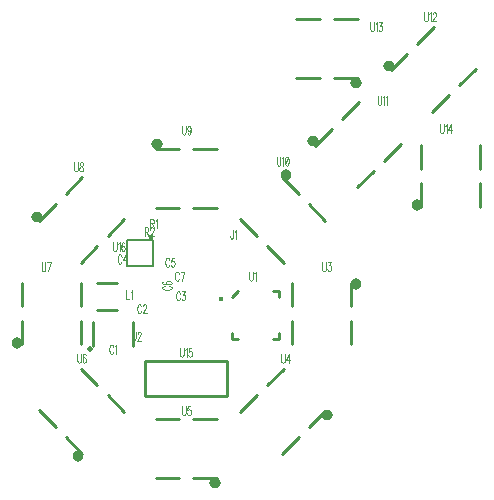
<source format=gto>
G04 DipTrace 2.4.0.2*
%INmale.gto*%
%MOMM*%
%ADD10C,0.25*%
%ADD14C,0.4*%
%ADD18C,0.152*%
%ADD22O,0.4X0.437*%
%ADD27O,0.5X0.5*%
%ADD30O,0.925X0.975*%
%ADD35O,0.975X0.925*%
%ADD69C,0.118*%
%FSLAX53Y53*%
G04*
G71*
G90*
G75*
G01*
%LNTopSilk*%
%LPD*%
D22*
X29580Y27720D3*
X30496Y27865D2*
D10*
X30996Y28366D1*
X33996D2*
X34496D1*
Y27865D1*
Y24865D2*
Y24365D1*
X33996D1*
X30496Y24865D2*
Y24365D1*
X30996D1*
X18677Y25765D2*
Y23765D1*
X22077Y25765D2*
Y23765D1*
D27*
X18502Y23515D3*
X40580Y23885D2*
D10*
Y25885D1*
X35580Y23885D2*
Y25885D1*
Y27085D2*
Y29085D1*
X40580Y27085D2*
Y29085D1*
D30*
X40942Y28948D3*
X19022Y29073D2*
D10*
X20722D1*
X19022Y26773D2*
X20722D1*
X34712Y14593D2*
X36126Y16007D1*
X31176Y18128D2*
X32590Y19543D1*
X33439Y20391D2*
X34853Y21805D1*
X36975Y16855D2*
X38389Y18269D1*
D35*
X38548Y17916D3*
X24021Y12526D2*
D10*
X26021D1*
X24021Y17526D2*
X26021D1*
X27221D2*
X29221D1*
X27221Y12526D2*
X29221D1*
D35*
X29083Y12164D3*
X14145Y18270D2*
D10*
X15559Y16856D1*
X17681Y21805D2*
X19095Y20391D1*
X19943Y19542D2*
X21358Y18128D1*
X16408Y16006D2*
X17822Y14592D1*
D30*
X17469Y14433D3*
X12661Y29085D2*
D10*
Y27085D1*
X17661Y29085D2*
Y27085D1*
Y25885D2*
Y23885D1*
X12661Y25885D2*
Y23885D1*
D30*
X12299Y24022D3*
X17822Y38011D2*
D10*
X16408Y36597D1*
X21358Y34475D2*
X19944Y33061D1*
X19094Y32213D2*
X17680Y30799D1*
X15559Y35749D2*
X14145Y34334D1*
D35*
X13986Y34688D3*
X29221Y40444D2*
D10*
X27221D1*
X29221Y35444D2*
X27221D1*
X26021D2*
X24021D1*
X26021Y40444D2*
X24021D1*
D35*
X24158Y40807D3*
X38389Y34334D2*
D10*
X36974Y35748D1*
X34853Y30799D2*
X33438Y32213D1*
X32590Y33062D2*
X31176Y34476D1*
X36126Y36597D2*
X34712Y38011D1*
D30*
X35065Y38171D3*
X23089Y19459D2*
D10*
Y22459D1*
X30089D1*
Y19459D1*
X23089D1*
X41217Y44375D2*
X39803Y42961D1*
X44753Y40840D2*
X43339Y39425D1*
X42489Y38577D2*
X41075Y37163D1*
X38954Y42113D2*
X37540Y40699D1*
D35*
X37381Y41052D3*
X47581Y50739D2*
D10*
X46167Y49325D1*
X51117Y47204D2*
X49703Y45789D1*
X48853Y44941D2*
X47439Y43527D1*
X45318Y48477D2*
X43904Y47063D1*
D35*
X43745Y47416D3*
X35910Y46385D2*
D10*
X37910D1*
X35910Y51385D2*
X37910D1*
X39110D2*
X41110D1*
X39110Y46385D2*
X41110D1*
D35*
X40973Y46023D3*
X46520Y40733D2*
D10*
Y38733D1*
X51520Y40733D2*
Y38733D1*
Y37533D2*
Y35533D1*
X46520Y37533D2*
Y35533D1*
D30*
X46158Y35670D3*
D14*
X23642Y32925D3*
X23766Y32700D2*
D18*
X21567D1*
Y30500D1*
X23766D1*
Y32700D1*
X31934Y30031D2*
D69*
Y29485D1*
X31956Y29375D1*
X32000Y29303D1*
X32066Y29266D1*
X32109D1*
X32175Y29303D1*
X32219Y29375D1*
X32241Y29485D1*
Y30031D1*
X32382Y29885D2*
X32426Y29922D1*
X32491Y30030D1*
Y29266D1*
X22013Y24947D2*
Y24400D1*
X22035Y24291D1*
X22079Y24218D1*
X22144Y24181D1*
X22188D1*
X22254Y24218D1*
X22298Y24291D1*
X22319Y24400D1*
Y24947D1*
X22483Y24764D2*
Y24800D1*
X22504Y24874D1*
X22526Y24910D1*
X22570Y24946D1*
X22658D1*
X22701Y24910D1*
X22723Y24874D1*
X22745Y24800D1*
Y24728D1*
X22723Y24655D1*
X22679Y24546D1*
X22461Y24181D1*
X22767D1*
X30565Y33567D2*
Y32984D1*
X30543Y32874D1*
X30521Y32838D1*
X30478Y32801D1*
X30434D1*
X30390Y32838D1*
X30369Y32874D1*
X30346Y32984D1*
Y33056D1*
X30706Y33420D2*
X30750Y33457D1*
X30816Y33566D1*
Y32801D1*
X38115Y30851D2*
Y30304D1*
X38137Y30195D1*
X38181Y30122D1*
X38247Y30085D1*
X38290D1*
X38356Y30122D1*
X38400Y30195D1*
X38421Y30304D1*
Y30851D1*
X38607Y30850D2*
X38847D1*
X38716Y30559D1*
X38781D1*
X38825Y30523D1*
X38847Y30486D1*
X38869Y30377D1*
Y30304D1*
X38847Y30195D1*
X38803Y30122D1*
X38738Y30085D1*
X38672D1*
X38607Y30122D1*
X38585Y30159D1*
X38563Y30231D1*
X20436Y23664D2*
X20414Y23736D1*
X20370Y23810D1*
X20327Y23846D1*
X20239D1*
X20195Y23810D1*
X20152Y23736D1*
X20129Y23664D1*
X20108Y23554D1*
Y23372D1*
X20129Y23263D1*
X20152Y23190D1*
X20195Y23117D1*
X20239Y23080D1*
X20327D1*
X20370Y23117D1*
X20414Y23190D1*
X20436Y23263D1*
X20577Y23699D2*
X20621Y23736D1*
X20687Y23845D1*
Y23080D1*
X22799Y27087D2*
X22778Y27159D1*
X22734Y27233D1*
X22690Y27269D1*
X22603D1*
X22559Y27233D1*
X22515Y27159D1*
X22493Y27087D1*
X22471Y26977D1*
Y26795D1*
X22493Y26686D1*
X22515Y26613D1*
X22559Y26540D1*
X22603Y26503D1*
X22690D1*
X22734Y26540D1*
X22778Y26613D1*
X22799Y26686D1*
X22963Y27086D2*
Y27122D1*
X22985Y27196D1*
X23006Y27232D1*
X23050Y27268D1*
X23138D1*
X23181Y27232D1*
X23203Y27196D1*
X23225Y27122D1*
Y27050D1*
X23203Y26977D1*
X23159Y26868D1*
X22941Y26503D1*
X23247D1*
X21531Y28482D2*
Y27716D1*
X21793D1*
X21934Y28335D2*
X21978Y28372D1*
X22044Y28481D1*
Y27716D1*
X34646Y23064D2*
Y22518D1*
X34668Y22408D1*
X34712Y22336D1*
X34778Y22299D1*
X34821D1*
X34887Y22336D1*
X34931Y22408D1*
X34953Y22518D1*
Y23064D1*
X35313Y22299D2*
Y23063D1*
X35094Y22554D1*
X35422D1*
X26244Y18642D2*
Y18095D1*
X26265Y17986D1*
X26309Y17913D1*
X26375Y17876D1*
X26419D1*
X26484Y17913D1*
X26528Y17986D1*
X26550Y18095D1*
Y18642D1*
X26953Y18641D2*
X26735D1*
X26713Y18314D1*
X26735Y18350D1*
X26801Y18387D1*
X26866D1*
X26932Y18350D1*
X26976Y18277D1*
X26997Y18168D1*
Y18095D1*
X26976Y17986D1*
X26932Y17913D1*
X26866Y17876D1*
X26801D1*
X26735Y17913D1*
X26713Y17950D1*
X26691Y18022D1*
X17386Y23064D2*
Y22518D1*
X17407Y22408D1*
X17451Y22336D1*
X17517Y22299D1*
X17560D1*
X17626Y22336D1*
X17670Y22408D1*
X17692Y22518D1*
Y23064D1*
X18095Y22955D2*
X18074Y23027D1*
X18008Y23064D1*
X17964D1*
X17899Y23027D1*
X17855Y22918D1*
X17833Y22736D1*
Y22554D1*
X17855Y22408D1*
X17899Y22335D1*
X17964Y22299D1*
X17986D1*
X18051Y22335D1*
X18095Y22408D1*
X18117Y22518D1*
Y22554D1*
X18095Y22663D1*
X18051Y22736D1*
X17986Y22772D1*
X17964D1*
X17899Y22736D1*
X17855Y22663D1*
X17833Y22554D1*
X14372Y30851D2*
Y30304D1*
X14394Y30195D1*
X14438Y30122D1*
X14503Y30085D1*
X14547D1*
X14612Y30122D1*
X14656Y30195D1*
X14678Y30304D1*
Y30851D1*
X14907Y30085D2*
X15126Y30850D1*
X14819D1*
X17123Y39270D2*
Y38724D1*
X17145Y38614D1*
X17189Y38542D1*
X17254Y38505D1*
X17298D1*
X17364Y38542D1*
X17408Y38614D1*
X17429Y38724D1*
Y39270D1*
X17680Y39269D2*
X17614Y39233D1*
X17592Y39161D1*
Y39088D1*
X17614Y39015D1*
X17658Y38978D1*
X17745Y38942D1*
X17811Y38906D1*
X17854Y38832D1*
X17876Y38760D1*
Y38650D1*
X17854Y38578D1*
X17833Y38541D1*
X17767Y38505D1*
X17680D1*
X17614Y38541D1*
X17592Y38578D1*
X17570Y38650D1*
Y38760D1*
X17592Y38832D1*
X17636Y38906D1*
X17701Y38942D1*
X17789Y38978D1*
X17833Y39015D1*
X17854Y39088D1*
Y39161D1*
X17833Y39233D1*
X17767Y39269D1*
X17680D1*
X26255Y42385D2*
Y41838D1*
X26276Y41729D1*
X26320Y41656D1*
X26386Y41619D1*
X26429D1*
X26495Y41656D1*
X26539Y41729D1*
X26561Y41838D1*
Y42385D1*
X26987Y42130D2*
X26964Y42020D1*
X26921Y41947D1*
X26855Y41911D1*
X26833D1*
X26768Y41947D1*
X26724Y42020D1*
X26702Y42130D1*
Y42166D1*
X26724Y42276D1*
X26768Y42348D1*
X26833Y42384D1*
X26855D1*
X26921Y42348D1*
X26964Y42276D1*
X26987Y42130D1*
Y41947D1*
X26964Y41765D1*
X26921Y41656D1*
X26855Y41619D1*
X26812D1*
X26746Y41656D1*
X26724Y41729D1*
X34280Y39774D2*
Y39227D1*
X34302Y39118D1*
X34346Y39045D1*
X34411Y39008D1*
X34455D1*
X34521Y39045D1*
X34565Y39118D1*
X34586Y39227D1*
Y39774D1*
X34727Y39627D2*
X34771Y39664D1*
X34837Y39773D1*
Y39008D1*
X35110Y39773D2*
X35044Y39737D1*
X35000Y39627D1*
X34978Y39445D1*
Y39336D1*
X35000Y39154D1*
X35044Y39044D1*
X35110Y39008D1*
X35153D1*
X35219Y39044D1*
X35262Y39154D1*
X35285Y39336D1*
Y39445D1*
X35262Y39627D1*
X35219Y39737D1*
X35153Y39773D1*
X35110D1*
X35262Y39627D2*
X35000Y39154D1*
X26087Y23575D2*
Y23028D1*
X26109Y22919D1*
X26153Y22846D1*
X26218Y22809D1*
X26262D1*
X26327Y22846D1*
X26371Y22919D1*
X26393Y23028D1*
Y23575D1*
X26534Y23428D2*
X26578Y23466D1*
X26644Y23574D1*
Y22809D1*
X27047Y23574D2*
X26829D1*
X26807Y23247D1*
X26829Y23283D1*
X26895Y23320D1*
X26960D1*
X27026Y23283D1*
X27070Y23210D1*
X27091Y23101D1*
Y23028D1*
X27070Y22919D1*
X27026Y22846D1*
X26960Y22809D1*
X26895D1*
X26829Y22846D1*
X26807Y22883D1*
X26785Y22955D1*
X42820Y44918D2*
Y44371D1*
X42841Y44262D1*
X42885Y44189D1*
X42951Y44152D1*
X42994D1*
X43060Y44189D1*
X43104Y44262D1*
X43126Y44371D1*
Y44918D1*
X43267Y44771D2*
X43311Y44808D1*
X43377Y44917D1*
Y44152D1*
X43518Y44771D2*
X43562Y44808D1*
X43628Y44917D1*
Y44152D1*
X46756Y51999D2*
Y51452D1*
X46778Y51342D1*
X46822Y51270D1*
X46888Y51233D1*
X46931D1*
X46997Y51270D1*
X47041Y51342D1*
X47062Y51452D1*
Y51999D1*
X47204Y51852D2*
X47248Y51889D1*
X47313Y51998D1*
Y51233D1*
X47477Y51816D2*
Y51852D1*
X47498Y51925D1*
X47520Y51962D1*
X47564Y51998D1*
X47652D1*
X47695Y51962D1*
X47717Y51925D1*
X47739Y51852D1*
Y51780D1*
X47717Y51706D1*
X47673Y51598D1*
X47455Y51233D1*
X47761D1*
X42188Y51128D2*
Y50581D1*
X42210Y50471D1*
X42254Y50399D1*
X42320Y50362D1*
X42363D1*
X42429Y50399D1*
X42473Y50471D1*
X42495Y50581D1*
Y51128D1*
X42636Y50981D2*
X42680Y51018D1*
X42745Y51127D1*
Y50362D1*
X42931Y51127D2*
X43171D1*
X43040Y50835D1*
X43105D1*
X43149Y50799D1*
X43171Y50763D1*
X43193Y50653D1*
Y50581D1*
X43171Y50471D1*
X43127Y50398D1*
X43061Y50362D1*
X42996D1*
X42931Y50398D1*
X42909Y50435D1*
X42887Y50508D1*
X48095Y42499D2*
Y41952D1*
X48116Y41843D1*
X48160Y41770D1*
X48226Y41733D1*
X48269D1*
X48335Y41770D1*
X48379Y41843D1*
X48401Y41952D1*
Y42499D1*
X48542Y42352D2*
X48586Y42390D1*
X48652Y42498D1*
Y41733D1*
X49012D2*
Y42498D1*
X48793Y41989D1*
X49121D1*
X23563Y34111D2*
X23760D1*
X23825Y34148D1*
X23848Y34185D1*
X23869Y34257D1*
Y34330D1*
X23848Y34403D1*
X23825Y34440D1*
X23760Y34476D1*
X23563D1*
Y33710D1*
X23716Y34111D2*
X23869Y33710D1*
X24011Y34329D2*
X24054Y34366D1*
X24120Y34475D1*
Y33710D1*
X23107Y33405D2*
X23303D1*
X23369Y33442D1*
X23391Y33478D1*
X23413Y33551D1*
Y33624D1*
X23391Y33696D1*
X23369Y33733D1*
X23303Y33770D1*
X23107D1*
Y33004D1*
X23260Y33405D2*
X23413Y33004D1*
X23576Y33587D2*
Y33623D1*
X23598Y33696D1*
X23620Y33733D1*
X23664Y33769D1*
X23751D1*
X23795Y33733D1*
X23817Y33696D1*
X23839Y33623D1*
Y33551D1*
X23817Y33477D1*
X23773Y33369D1*
X23554Y33004D1*
X23860D1*
X21142Y31298D2*
X21120Y31371D1*
X21076Y31444D1*
X21032Y31480D1*
X20945D1*
X20901Y31444D1*
X20858Y31371D1*
X20835Y31298D1*
X20814Y31189D1*
Y31006D1*
X20835Y30897D1*
X20858Y30824D1*
X20901Y30752D1*
X20945Y30715D1*
X21032D1*
X21076Y30752D1*
X21120Y30824D1*
X21142Y30897D1*
X21502Y30715D2*
Y31480D1*
X21283Y30970D1*
X21611D1*
X25177Y31026D2*
X25156Y31098D1*
X25112Y31172D1*
X25068Y31208D1*
X24981D1*
X24937Y31172D1*
X24893Y31098D1*
X24871Y31026D1*
X24849Y30916D1*
Y30734D1*
X24871Y30625D1*
X24893Y30552D1*
X24937Y30479D1*
X24981Y30442D1*
X25068D1*
X25112Y30479D1*
X25156Y30552D1*
X25177Y30625D1*
X25581Y31207D2*
X25363D1*
X25341Y30879D1*
X25363Y30915D1*
X25428Y30953D1*
X25493D1*
X25559Y30915D1*
X25603Y30843D1*
X25625Y30734D1*
Y30661D1*
X25603Y30552D1*
X25559Y30478D1*
X25493Y30442D1*
X25428D1*
X25363Y30478D1*
X25341Y30515D1*
X25319Y30588D1*
X24777Y28808D2*
X24705Y28786D1*
X24631Y28742D1*
X24595Y28699D1*
Y28611D1*
X24631Y28567D1*
X24705Y28524D1*
X24777Y28502D1*
X24887Y28480D1*
X25069D1*
X25178Y28502D1*
X25251Y28524D1*
X25324Y28567D1*
X25361Y28611D1*
Y28699D1*
X25324Y28742D1*
X25251Y28786D1*
X25178Y28808D1*
X24705Y29211D2*
X24632Y29190D1*
X24596Y29124D1*
Y29081D1*
X24632Y29015D1*
X24742Y28971D1*
X24924Y28949D1*
X25106D1*
X25251Y28971D1*
X25325Y29015D1*
X25361Y29081D1*
Y29102D1*
X25325Y29167D1*
X25251Y29211D1*
X25142Y29233D1*
X25106D1*
X24996Y29211D1*
X24924Y29167D1*
X24888Y29102D1*
Y29081D1*
X24924Y29015D1*
X24996Y28971D1*
X25106Y28949D1*
X25982Y29842D2*
X25961Y29915D1*
X25917Y29988D1*
X25873Y30024D1*
X25786D1*
X25742Y29988D1*
X25698Y29915D1*
X25676Y29842D1*
X25654Y29733D1*
Y29550D1*
X25676Y29441D1*
X25698Y29368D1*
X25742Y29296D1*
X25786Y29259D1*
X25873D1*
X25917Y29296D1*
X25961Y29368D1*
X25982Y29441D1*
X26211Y29259D2*
X26430Y30023D1*
X26124D1*
X20415Y32530D2*
Y31983D1*
X20436Y31874D1*
X20480Y31801D1*
X20546Y31764D1*
X20589D1*
X20655Y31801D1*
X20699Y31874D1*
X20721Y31983D1*
Y32530D1*
X20862Y32383D2*
X20906Y32420D1*
X20972Y32529D1*
Y31764D1*
X21375Y32420D2*
X21353Y32493D1*
X21288Y32529D1*
X21244D1*
X21179Y32493D1*
X21135Y32383D1*
X21113Y32201D1*
Y32020D1*
X21135Y31874D1*
X21179Y31801D1*
X21244Y31764D1*
X21266D1*
X21331Y31801D1*
X21375Y31874D1*
X21397Y31983D1*
Y32020D1*
X21375Y32129D1*
X21331Y32201D1*
X21266Y32238D1*
X21244D1*
X21179Y32201D1*
X21135Y32129D1*
X21113Y32020D1*
X26070Y28169D2*
X26048Y28241D1*
X26004Y28314D1*
X25961Y28351D1*
X25874D1*
X25830Y28314D1*
X25786Y28241D1*
X25764Y28169D1*
X25742Y28059D1*
Y27876D1*
X25764Y27768D1*
X25786Y27694D1*
X25830Y27622D1*
X25874Y27585D1*
X25961D1*
X26004Y27622D1*
X26048Y27694D1*
X26070Y27768D1*
X26255Y28350D2*
X26495D1*
X26364Y28058D1*
X26430D1*
X26474Y28022D1*
X26495Y27986D1*
X26518Y27876D1*
Y27804D1*
X26495Y27694D1*
X26452Y27621D1*
X26386Y27585D1*
X26320D1*
X26255Y27621D1*
X26234Y27658D1*
X26211Y27731D1*
M02*

</source>
